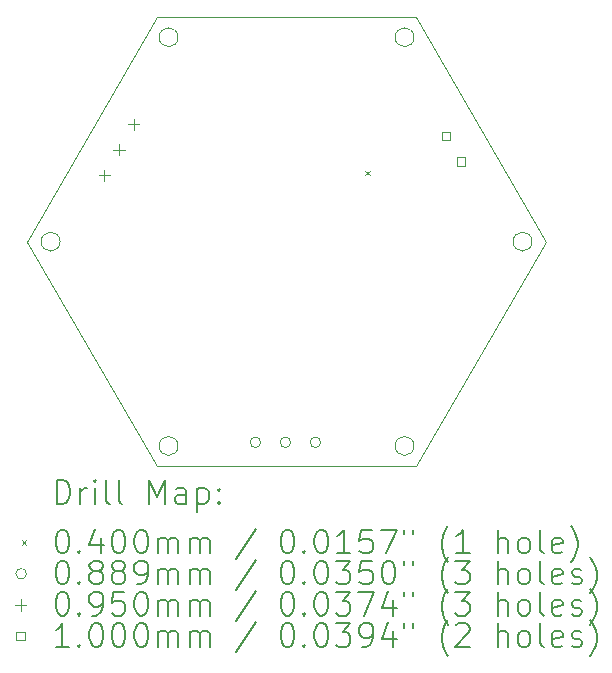
<source format=gbr>
%TF.GenerationSoftware,KiCad,Pcbnew,(6.0.8-1)-1*%
%TF.CreationDate,2022-11-30T21:46:59-05:00*%
%TF.ProjectId,Untitled,556e7469-746c-4656-942e-6b696361645f,rev?*%
%TF.SameCoordinates,Original*%
%TF.FileFunction,Drillmap*%
%TF.FilePolarity,Positive*%
%FSLAX45Y45*%
G04 Gerber Fmt 4.5, Leading zero omitted, Abs format (unit mm)*
G04 Created by KiCad (PCBNEW (6.0.8-1)-1) date 2022-11-30 21:46:59*
%MOMM*%
%LPD*%
G01*
G04 APERTURE LIST*
%ADD10C,0.100000*%
%ADD11C,0.200000*%
%ADD12C,0.040000*%
%ADD13C,0.088900*%
%ADD14C,0.095000*%
G04 APERTURE END LIST*
D10*
X9455000Y-7531000D02*
G75*
G03*
X9455000Y-7531000I-80000J0D01*
G01*
X8456000Y-5801000D02*
G75*
G03*
X8456000Y-5801000I-80000J0D01*
G01*
X9275000Y-3898000D02*
X8176000Y-5801000D01*
X11453000Y-7531000D02*
G75*
G03*
X11453000Y-7531000I-80000J0D01*
G01*
X11473000Y-3898000D02*
X9275000Y-3898000D01*
X9275000Y-7704000D02*
X11473000Y-7704000D01*
X8176000Y-5801000D02*
X9275000Y-7704000D01*
X12572000Y-5801000D02*
X11473000Y-7704000D01*
X12452000Y-5801000D02*
G75*
G03*
X12452000Y-5801000I-80000J0D01*
G01*
X11453000Y-4071000D02*
G75*
G03*
X11453000Y-4071000I-80000J0D01*
G01*
X9455000Y-4071000D02*
G75*
G03*
X9455000Y-4071000I-80000J0D01*
G01*
X12572000Y-5801000D02*
X11473000Y-3898000D01*
D11*
D12*
X11040000Y-5200000D02*
X11080000Y-5240000D01*
X11080000Y-5200000D02*
X11040000Y-5240000D01*
D13*
X10155200Y-7500000D02*
G75*
G03*
X10155200Y-7500000I-44450J0D01*
G01*
X10409200Y-7500000D02*
G75*
G03*
X10409200Y-7500000I-44450J0D01*
G01*
X10663200Y-7500000D02*
G75*
G03*
X10663200Y-7500000I-44450J0D01*
G01*
D14*
X8829534Y-5192756D02*
X8829534Y-5287756D01*
X8782034Y-5240256D02*
X8877034Y-5240256D01*
X8954534Y-4976250D02*
X8954534Y-5071250D01*
X8907034Y-5023750D02*
X9002034Y-5023750D01*
X9079534Y-4759744D02*
X9079534Y-4854744D01*
X9032034Y-4807244D02*
X9127034Y-4807244D01*
D10*
X11760356Y-4940853D02*
X11760356Y-4870141D01*
X11689644Y-4870141D01*
X11689644Y-4940853D01*
X11760356Y-4940853D01*
X11885356Y-5157359D02*
X11885356Y-5086648D01*
X11814644Y-5086648D01*
X11814644Y-5157359D01*
X11885356Y-5157359D01*
D11*
X8428619Y-8019476D02*
X8428619Y-7819476D01*
X8476238Y-7819476D01*
X8504810Y-7829000D01*
X8523857Y-7848048D01*
X8533381Y-7867095D01*
X8542905Y-7905190D01*
X8542905Y-7933762D01*
X8533381Y-7971857D01*
X8523857Y-7990905D01*
X8504810Y-8009952D01*
X8476238Y-8019476D01*
X8428619Y-8019476D01*
X8628619Y-8019476D02*
X8628619Y-7886143D01*
X8628619Y-7924238D02*
X8638143Y-7905190D01*
X8647667Y-7895667D01*
X8666714Y-7886143D01*
X8685762Y-7886143D01*
X8752429Y-8019476D02*
X8752429Y-7886143D01*
X8752429Y-7819476D02*
X8742905Y-7829000D01*
X8752429Y-7838524D01*
X8761952Y-7829000D01*
X8752429Y-7819476D01*
X8752429Y-7838524D01*
X8876238Y-8019476D02*
X8857190Y-8009952D01*
X8847667Y-7990905D01*
X8847667Y-7819476D01*
X8981000Y-8019476D02*
X8961952Y-8009952D01*
X8952429Y-7990905D01*
X8952429Y-7819476D01*
X9209571Y-8019476D02*
X9209571Y-7819476D01*
X9276238Y-7962333D01*
X9342905Y-7819476D01*
X9342905Y-8019476D01*
X9523857Y-8019476D02*
X9523857Y-7914714D01*
X9514333Y-7895667D01*
X9495286Y-7886143D01*
X9457190Y-7886143D01*
X9438143Y-7895667D01*
X9523857Y-8009952D02*
X9504810Y-8019476D01*
X9457190Y-8019476D01*
X9438143Y-8009952D01*
X9428619Y-7990905D01*
X9428619Y-7971857D01*
X9438143Y-7952809D01*
X9457190Y-7943286D01*
X9504810Y-7943286D01*
X9523857Y-7933762D01*
X9619095Y-7886143D02*
X9619095Y-8086143D01*
X9619095Y-7895667D02*
X9638143Y-7886143D01*
X9676238Y-7886143D01*
X9695286Y-7895667D01*
X9704810Y-7905190D01*
X9714333Y-7924238D01*
X9714333Y-7981381D01*
X9704810Y-8000428D01*
X9695286Y-8009952D01*
X9676238Y-8019476D01*
X9638143Y-8019476D01*
X9619095Y-8009952D01*
X9800048Y-8000428D02*
X9809571Y-8009952D01*
X9800048Y-8019476D01*
X9790524Y-8009952D01*
X9800048Y-8000428D01*
X9800048Y-8019476D01*
X9800048Y-7895667D02*
X9809571Y-7905190D01*
X9800048Y-7914714D01*
X9790524Y-7905190D01*
X9800048Y-7895667D01*
X9800048Y-7914714D01*
D12*
X8131000Y-8329000D02*
X8171000Y-8369000D01*
X8171000Y-8329000D02*
X8131000Y-8369000D01*
D11*
X8466714Y-8239476D02*
X8485762Y-8239476D01*
X8504810Y-8249000D01*
X8514333Y-8258524D01*
X8523857Y-8277571D01*
X8533381Y-8315667D01*
X8533381Y-8363286D01*
X8523857Y-8401381D01*
X8514333Y-8420429D01*
X8504810Y-8429952D01*
X8485762Y-8439476D01*
X8466714Y-8439476D01*
X8447667Y-8429952D01*
X8438143Y-8420429D01*
X8428619Y-8401381D01*
X8419095Y-8363286D01*
X8419095Y-8315667D01*
X8428619Y-8277571D01*
X8438143Y-8258524D01*
X8447667Y-8249000D01*
X8466714Y-8239476D01*
X8619095Y-8420429D02*
X8628619Y-8429952D01*
X8619095Y-8439476D01*
X8609571Y-8429952D01*
X8619095Y-8420429D01*
X8619095Y-8439476D01*
X8800048Y-8306143D02*
X8800048Y-8439476D01*
X8752429Y-8229952D02*
X8704810Y-8372809D01*
X8828619Y-8372809D01*
X8942905Y-8239476D02*
X8961952Y-8239476D01*
X8981000Y-8249000D01*
X8990524Y-8258524D01*
X9000048Y-8277571D01*
X9009571Y-8315667D01*
X9009571Y-8363286D01*
X9000048Y-8401381D01*
X8990524Y-8420429D01*
X8981000Y-8429952D01*
X8961952Y-8439476D01*
X8942905Y-8439476D01*
X8923857Y-8429952D01*
X8914333Y-8420429D01*
X8904810Y-8401381D01*
X8895286Y-8363286D01*
X8895286Y-8315667D01*
X8904810Y-8277571D01*
X8914333Y-8258524D01*
X8923857Y-8249000D01*
X8942905Y-8239476D01*
X9133381Y-8239476D02*
X9152429Y-8239476D01*
X9171476Y-8249000D01*
X9181000Y-8258524D01*
X9190524Y-8277571D01*
X9200048Y-8315667D01*
X9200048Y-8363286D01*
X9190524Y-8401381D01*
X9181000Y-8420429D01*
X9171476Y-8429952D01*
X9152429Y-8439476D01*
X9133381Y-8439476D01*
X9114333Y-8429952D01*
X9104810Y-8420429D01*
X9095286Y-8401381D01*
X9085762Y-8363286D01*
X9085762Y-8315667D01*
X9095286Y-8277571D01*
X9104810Y-8258524D01*
X9114333Y-8249000D01*
X9133381Y-8239476D01*
X9285762Y-8439476D02*
X9285762Y-8306143D01*
X9285762Y-8325190D02*
X9295286Y-8315667D01*
X9314333Y-8306143D01*
X9342905Y-8306143D01*
X9361952Y-8315667D01*
X9371476Y-8334714D01*
X9371476Y-8439476D01*
X9371476Y-8334714D02*
X9381000Y-8315667D01*
X9400048Y-8306143D01*
X9428619Y-8306143D01*
X9447667Y-8315667D01*
X9457190Y-8334714D01*
X9457190Y-8439476D01*
X9552429Y-8439476D02*
X9552429Y-8306143D01*
X9552429Y-8325190D02*
X9561952Y-8315667D01*
X9581000Y-8306143D01*
X9609571Y-8306143D01*
X9628619Y-8315667D01*
X9638143Y-8334714D01*
X9638143Y-8439476D01*
X9638143Y-8334714D02*
X9647667Y-8315667D01*
X9666714Y-8306143D01*
X9695286Y-8306143D01*
X9714333Y-8315667D01*
X9723857Y-8334714D01*
X9723857Y-8439476D01*
X10114333Y-8229952D02*
X9942905Y-8487095D01*
X10371476Y-8239476D02*
X10390524Y-8239476D01*
X10409571Y-8249000D01*
X10419095Y-8258524D01*
X10428619Y-8277571D01*
X10438143Y-8315667D01*
X10438143Y-8363286D01*
X10428619Y-8401381D01*
X10419095Y-8420429D01*
X10409571Y-8429952D01*
X10390524Y-8439476D01*
X10371476Y-8439476D01*
X10352429Y-8429952D01*
X10342905Y-8420429D01*
X10333381Y-8401381D01*
X10323857Y-8363286D01*
X10323857Y-8315667D01*
X10333381Y-8277571D01*
X10342905Y-8258524D01*
X10352429Y-8249000D01*
X10371476Y-8239476D01*
X10523857Y-8420429D02*
X10533381Y-8429952D01*
X10523857Y-8439476D01*
X10514333Y-8429952D01*
X10523857Y-8420429D01*
X10523857Y-8439476D01*
X10657190Y-8239476D02*
X10676238Y-8239476D01*
X10695286Y-8249000D01*
X10704810Y-8258524D01*
X10714333Y-8277571D01*
X10723857Y-8315667D01*
X10723857Y-8363286D01*
X10714333Y-8401381D01*
X10704810Y-8420429D01*
X10695286Y-8429952D01*
X10676238Y-8439476D01*
X10657190Y-8439476D01*
X10638143Y-8429952D01*
X10628619Y-8420429D01*
X10619095Y-8401381D01*
X10609571Y-8363286D01*
X10609571Y-8315667D01*
X10619095Y-8277571D01*
X10628619Y-8258524D01*
X10638143Y-8249000D01*
X10657190Y-8239476D01*
X10914333Y-8439476D02*
X10800048Y-8439476D01*
X10857190Y-8439476D02*
X10857190Y-8239476D01*
X10838143Y-8268048D01*
X10819095Y-8287095D01*
X10800048Y-8296619D01*
X11095286Y-8239476D02*
X11000048Y-8239476D01*
X10990524Y-8334714D01*
X11000048Y-8325190D01*
X11019095Y-8315667D01*
X11066714Y-8315667D01*
X11085762Y-8325190D01*
X11095286Y-8334714D01*
X11104810Y-8353762D01*
X11104810Y-8401381D01*
X11095286Y-8420429D01*
X11085762Y-8429952D01*
X11066714Y-8439476D01*
X11019095Y-8439476D01*
X11000048Y-8429952D01*
X10990524Y-8420429D01*
X11171476Y-8239476D02*
X11304809Y-8239476D01*
X11219095Y-8439476D01*
X11371476Y-8239476D02*
X11371476Y-8277571D01*
X11447667Y-8239476D02*
X11447667Y-8277571D01*
X11742905Y-8515667D02*
X11733381Y-8506143D01*
X11714333Y-8477571D01*
X11704809Y-8458524D01*
X11695286Y-8429952D01*
X11685762Y-8382333D01*
X11685762Y-8344238D01*
X11695286Y-8296619D01*
X11704809Y-8268048D01*
X11714333Y-8249000D01*
X11733381Y-8220428D01*
X11742905Y-8210905D01*
X11923857Y-8439476D02*
X11809571Y-8439476D01*
X11866714Y-8439476D02*
X11866714Y-8239476D01*
X11847667Y-8268048D01*
X11828619Y-8287095D01*
X11809571Y-8296619D01*
X12161952Y-8439476D02*
X12161952Y-8239476D01*
X12247667Y-8439476D02*
X12247667Y-8334714D01*
X12238143Y-8315667D01*
X12219095Y-8306143D01*
X12190524Y-8306143D01*
X12171476Y-8315667D01*
X12161952Y-8325190D01*
X12371476Y-8439476D02*
X12352428Y-8429952D01*
X12342905Y-8420429D01*
X12333381Y-8401381D01*
X12333381Y-8344238D01*
X12342905Y-8325190D01*
X12352428Y-8315667D01*
X12371476Y-8306143D01*
X12400048Y-8306143D01*
X12419095Y-8315667D01*
X12428619Y-8325190D01*
X12438143Y-8344238D01*
X12438143Y-8401381D01*
X12428619Y-8420429D01*
X12419095Y-8429952D01*
X12400048Y-8439476D01*
X12371476Y-8439476D01*
X12552428Y-8439476D02*
X12533381Y-8429952D01*
X12523857Y-8410905D01*
X12523857Y-8239476D01*
X12704809Y-8429952D02*
X12685762Y-8439476D01*
X12647667Y-8439476D01*
X12628619Y-8429952D01*
X12619095Y-8410905D01*
X12619095Y-8334714D01*
X12628619Y-8315667D01*
X12647667Y-8306143D01*
X12685762Y-8306143D01*
X12704809Y-8315667D01*
X12714333Y-8334714D01*
X12714333Y-8353762D01*
X12619095Y-8372809D01*
X12781000Y-8515667D02*
X12790524Y-8506143D01*
X12809571Y-8477571D01*
X12819095Y-8458524D01*
X12828619Y-8429952D01*
X12838143Y-8382333D01*
X12838143Y-8344238D01*
X12828619Y-8296619D01*
X12819095Y-8268048D01*
X12809571Y-8249000D01*
X12790524Y-8220428D01*
X12781000Y-8210905D01*
D13*
X8171000Y-8613000D02*
G75*
G03*
X8171000Y-8613000I-44450J0D01*
G01*
D11*
X8466714Y-8503476D02*
X8485762Y-8503476D01*
X8504810Y-8513000D01*
X8514333Y-8522524D01*
X8523857Y-8541571D01*
X8533381Y-8579667D01*
X8533381Y-8627286D01*
X8523857Y-8665381D01*
X8514333Y-8684429D01*
X8504810Y-8693952D01*
X8485762Y-8703476D01*
X8466714Y-8703476D01*
X8447667Y-8693952D01*
X8438143Y-8684429D01*
X8428619Y-8665381D01*
X8419095Y-8627286D01*
X8419095Y-8579667D01*
X8428619Y-8541571D01*
X8438143Y-8522524D01*
X8447667Y-8513000D01*
X8466714Y-8503476D01*
X8619095Y-8684429D02*
X8628619Y-8693952D01*
X8619095Y-8703476D01*
X8609571Y-8693952D01*
X8619095Y-8684429D01*
X8619095Y-8703476D01*
X8742905Y-8589190D02*
X8723857Y-8579667D01*
X8714333Y-8570143D01*
X8704810Y-8551095D01*
X8704810Y-8541571D01*
X8714333Y-8522524D01*
X8723857Y-8513000D01*
X8742905Y-8503476D01*
X8781000Y-8503476D01*
X8800048Y-8513000D01*
X8809571Y-8522524D01*
X8819095Y-8541571D01*
X8819095Y-8551095D01*
X8809571Y-8570143D01*
X8800048Y-8579667D01*
X8781000Y-8589190D01*
X8742905Y-8589190D01*
X8723857Y-8598714D01*
X8714333Y-8608238D01*
X8704810Y-8627286D01*
X8704810Y-8665381D01*
X8714333Y-8684429D01*
X8723857Y-8693952D01*
X8742905Y-8703476D01*
X8781000Y-8703476D01*
X8800048Y-8693952D01*
X8809571Y-8684429D01*
X8819095Y-8665381D01*
X8819095Y-8627286D01*
X8809571Y-8608238D01*
X8800048Y-8598714D01*
X8781000Y-8589190D01*
X8933381Y-8589190D02*
X8914333Y-8579667D01*
X8904810Y-8570143D01*
X8895286Y-8551095D01*
X8895286Y-8541571D01*
X8904810Y-8522524D01*
X8914333Y-8513000D01*
X8933381Y-8503476D01*
X8971476Y-8503476D01*
X8990524Y-8513000D01*
X9000048Y-8522524D01*
X9009571Y-8541571D01*
X9009571Y-8551095D01*
X9000048Y-8570143D01*
X8990524Y-8579667D01*
X8971476Y-8589190D01*
X8933381Y-8589190D01*
X8914333Y-8598714D01*
X8904810Y-8608238D01*
X8895286Y-8627286D01*
X8895286Y-8665381D01*
X8904810Y-8684429D01*
X8914333Y-8693952D01*
X8933381Y-8703476D01*
X8971476Y-8703476D01*
X8990524Y-8693952D01*
X9000048Y-8684429D01*
X9009571Y-8665381D01*
X9009571Y-8627286D01*
X9000048Y-8608238D01*
X8990524Y-8598714D01*
X8971476Y-8589190D01*
X9104810Y-8703476D02*
X9142905Y-8703476D01*
X9161952Y-8693952D01*
X9171476Y-8684429D01*
X9190524Y-8655857D01*
X9200048Y-8617762D01*
X9200048Y-8541571D01*
X9190524Y-8522524D01*
X9181000Y-8513000D01*
X9161952Y-8503476D01*
X9123857Y-8503476D01*
X9104810Y-8513000D01*
X9095286Y-8522524D01*
X9085762Y-8541571D01*
X9085762Y-8589190D01*
X9095286Y-8608238D01*
X9104810Y-8617762D01*
X9123857Y-8627286D01*
X9161952Y-8627286D01*
X9181000Y-8617762D01*
X9190524Y-8608238D01*
X9200048Y-8589190D01*
X9285762Y-8703476D02*
X9285762Y-8570143D01*
X9285762Y-8589190D02*
X9295286Y-8579667D01*
X9314333Y-8570143D01*
X9342905Y-8570143D01*
X9361952Y-8579667D01*
X9371476Y-8598714D01*
X9371476Y-8703476D01*
X9371476Y-8598714D02*
X9381000Y-8579667D01*
X9400048Y-8570143D01*
X9428619Y-8570143D01*
X9447667Y-8579667D01*
X9457190Y-8598714D01*
X9457190Y-8703476D01*
X9552429Y-8703476D02*
X9552429Y-8570143D01*
X9552429Y-8589190D02*
X9561952Y-8579667D01*
X9581000Y-8570143D01*
X9609571Y-8570143D01*
X9628619Y-8579667D01*
X9638143Y-8598714D01*
X9638143Y-8703476D01*
X9638143Y-8598714D02*
X9647667Y-8579667D01*
X9666714Y-8570143D01*
X9695286Y-8570143D01*
X9714333Y-8579667D01*
X9723857Y-8598714D01*
X9723857Y-8703476D01*
X10114333Y-8493952D02*
X9942905Y-8751095D01*
X10371476Y-8503476D02*
X10390524Y-8503476D01*
X10409571Y-8513000D01*
X10419095Y-8522524D01*
X10428619Y-8541571D01*
X10438143Y-8579667D01*
X10438143Y-8627286D01*
X10428619Y-8665381D01*
X10419095Y-8684429D01*
X10409571Y-8693952D01*
X10390524Y-8703476D01*
X10371476Y-8703476D01*
X10352429Y-8693952D01*
X10342905Y-8684429D01*
X10333381Y-8665381D01*
X10323857Y-8627286D01*
X10323857Y-8579667D01*
X10333381Y-8541571D01*
X10342905Y-8522524D01*
X10352429Y-8513000D01*
X10371476Y-8503476D01*
X10523857Y-8684429D02*
X10533381Y-8693952D01*
X10523857Y-8703476D01*
X10514333Y-8693952D01*
X10523857Y-8684429D01*
X10523857Y-8703476D01*
X10657190Y-8503476D02*
X10676238Y-8503476D01*
X10695286Y-8513000D01*
X10704810Y-8522524D01*
X10714333Y-8541571D01*
X10723857Y-8579667D01*
X10723857Y-8627286D01*
X10714333Y-8665381D01*
X10704810Y-8684429D01*
X10695286Y-8693952D01*
X10676238Y-8703476D01*
X10657190Y-8703476D01*
X10638143Y-8693952D01*
X10628619Y-8684429D01*
X10619095Y-8665381D01*
X10609571Y-8627286D01*
X10609571Y-8579667D01*
X10619095Y-8541571D01*
X10628619Y-8522524D01*
X10638143Y-8513000D01*
X10657190Y-8503476D01*
X10790524Y-8503476D02*
X10914333Y-8503476D01*
X10847667Y-8579667D01*
X10876238Y-8579667D01*
X10895286Y-8589190D01*
X10904810Y-8598714D01*
X10914333Y-8617762D01*
X10914333Y-8665381D01*
X10904810Y-8684429D01*
X10895286Y-8693952D01*
X10876238Y-8703476D01*
X10819095Y-8703476D01*
X10800048Y-8693952D01*
X10790524Y-8684429D01*
X11095286Y-8503476D02*
X11000048Y-8503476D01*
X10990524Y-8598714D01*
X11000048Y-8589190D01*
X11019095Y-8579667D01*
X11066714Y-8579667D01*
X11085762Y-8589190D01*
X11095286Y-8598714D01*
X11104810Y-8617762D01*
X11104810Y-8665381D01*
X11095286Y-8684429D01*
X11085762Y-8693952D01*
X11066714Y-8703476D01*
X11019095Y-8703476D01*
X11000048Y-8693952D01*
X10990524Y-8684429D01*
X11228619Y-8503476D02*
X11247667Y-8503476D01*
X11266714Y-8513000D01*
X11276238Y-8522524D01*
X11285762Y-8541571D01*
X11295286Y-8579667D01*
X11295286Y-8627286D01*
X11285762Y-8665381D01*
X11276238Y-8684429D01*
X11266714Y-8693952D01*
X11247667Y-8703476D01*
X11228619Y-8703476D01*
X11209571Y-8693952D01*
X11200048Y-8684429D01*
X11190524Y-8665381D01*
X11181000Y-8627286D01*
X11181000Y-8579667D01*
X11190524Y-8541571D01*
X11200048Y-8522524D01*
X11209571Y-8513000D01*
X11228619Y-8503476D01*
X11371476Y-8503476D02*
X11371476Y-8541571D01*
X11447667Y-8503476D02*
X11447667Y-8541571D01*
X11742905Y-8779667D02*
X11733381Y-8770143D01*
X11714333Y-8741571D01*
X11704809Y-8722524D01*
X11695286Y-8693952D01*
X11685762Y-8646333D01*
X11685762Y-8608238D01*
X11695286Y-8560619D01*
X11704809Y-8532048D01*
X11714333Y-8513000D01*
X11733381Y-8484429D01*
X11742905Y-8474905D01*
X11800048Y-8503476D02*
X11923857Y-8503476D01*
X11857190Y-8579667D01*
X11885762Y-8579667D01*
X11904809Y-8589190D01*
X11914333Y-8598714D01*
X11923857Y-8617762D01*
X11923857Y-8665381D01*
X11914333Y-8684429D01*
X11904809Y-8693952D01*
X11885762Y-8703476D01*
X11828619Y-8703476D01*
X11809571Y-8693952D01*
X11800048Y-8684429D01*
X12161952Y-8703476D02*
X12161952Y-8503476D01*
X12247667Y-8703476D02*
X12247667Y-8598714D01*
X12238143Y-8579667D01*
X12219095Y-8570143D01*
X12190524Y-8570143D01*
X12171476Y-8579667D01*
X12161952Y-8589190D01*
X12371476Y-8703476D02*
X12352428Y-8693952D01*
X12342905Y-8684429D01*
X12333381Y-8665381D01*
X12333381Y-8608238D01*
X12342905Y-8589190D01*
X12352428Y-8579667D01*
X12371476Y-8570143D01*
X12400048Y-8570143D01*
X12419095Y-8579667D01*
X12428619Y-8589190D01*
X12438143Y-8608238D01*
X12438143Y-8665381D01*
X12428619Y-8684429D01*
X12419095Y-8693952D01*
X12400048Y-8703476D01*
X12371476Y-8703476D01*
X12552428Y-8703476D02*
X12533381Y-8693952D01*
X12523857Y-8674905D01*
X12523857Y-8503476D01*
X12704809Y-8693952D02*
X12685762Y-8703476D01*
X12647667Y-8703476D01*
X12628619Y-8693952D01*
X12619095Y-8674905D01*
X12619095Y-8598714D01*
X12628619Y-8579667D01*
X12647667Y-8570143D01*
X12685762Y-8570143D01*
X12704809Y-8579667D01*
X12714333Y-8598714D01*
X12714333Y-8617762D01*
X12619095Y-8636810D01*
X12790524Y-8693952D02*
X12809571Y-8703476D01*
X12847667Y-8703476D01*
X12866714Y-8693952D01*
X12876238Y-8674905D01*
X12876238Y-8665381D01*
X12866714Y-8646333D01*
X12847667Y-8636810D01*
X12819095Y-8636810D01*
X12800048Y-8627286D01*
X12790524Y-8608238D01*
X12790524Y-8598714D01*
X12800048Y-8579667D01*
X12819095Y-8570143D01*
X12847667Y-8570143D01*
X12866714Y-8579667D01*
X12942905Y-8779667D02*
X12952428Y-8770143D01*
X12971476Y-8741571D01*
X12981000Y-8722524D01*
X12990524Y-8693952D01*
X13000048Y-8646333D01*
X13000048Y-8608238D01*
X12990524Y-8560619D01*
X12981000Y-8532048D01*
X12971476Y-8513000D01*
X12952428Y-8484429D01*
X12942905Y-8474905D01*
D14*
X8123500Y-8829500D02*
X8123500Y-8924500D01*
X8076000Y-8877000D02*
X8171000Y-8877000D01*
D11*
X8466714Y-8767476D02*
X8485762Y-8767476D01*
X8504810Y-8777000D01*
X8514333Y-8786524D01*
X8523857Y-8805571D01*
X8533381Y-8843667D01*
X8533381Y-8891286D01*
X8523857Y-8929381D01*
X8514333Y-8948429D01*
X8504810Y-8957952D01*
X8485762Y-8967476D01*
X8466714Y-8967476D01*
X8447667Y-8957952D01*
X8438143Y-8948429D01*
X8428619Y-8929381D01*
X8419095Y-8891286D01*
X8419095Y-8843667D01*
X8428619Y-8805571D01*
X8438143Y-8786524D01*
X8447667Y-8777000D01*
X8466714Y-8767476D01*
X8619095Y-8948429D02*
X8628619Y-8957952D01*
X8619095Y-8967476D01*
X8609571Y-8957952D01*
X8619095Y-8948429D01*
X8619095Y-8967476D01*
X8723857Y-8967476D02*
X8761952Y-8967476D01*
X8781000Y-8957952D01*
X8790524Y-8948429D01*
X8809571Y-8919857D01*
X8819095Y-8881762D01*
X8819095Y-8805571D01*
X8809571Y-8786524D01*
X8800048Y-8777000D01*
X8781000Y-8767476D01*
X8742905Y-8767476D01*
X8723857Y-8777000D01*
X8714333Y-8786524D01*
X8704810Y-8805571D01*
X8704810Y-8853190D01*
X8714333Y-8872238D01*
X8723857Y-8881762D01*
X8742905Y-8891286D01*
X8781000Y-8891286D01*
X8800048Y-8881762D01*
X8809571Y-8872238D01*
X8819095Y-8853190D01*
X9000048Y-8767476D02*
X8904810Y-8767476D01*
X8895286Y-8862714D01*
X8904810Y-8853190D01*
X8923857Y-8843667D01*
X8971476Y-8843667D01*
X8990524Y-8853190D01*
X9000048Y-8862714D01*
X9009571Y-8881762D01*
X9009571Y-8929381D01*
X9000048Y-8948429D01*
X8990524Y-8957952D01*
X8971476Y-8967476D01*
X8923857Y-8967476D01*
X8904810Y-8957952D01*
X8895286Y-8948429D01*
X9133381Y-8767476D02*
X9152429Y-8767476D01*
X9171476Y-8777000D01*
X9181000Y-8786524D01*
X9190524Y-8805571D01*
X9200048Y-8843667D01*
X9200048Y-8891286D01*
X9190524Y-8929381D01*
X9181000Y-8948429D01*
X9171476Y-8957952D01*
X9152429Y-8967476D01*
X9133381Y-8967476D01*
X9114333Y-8957952D01*
X9104810Y-8948429D01*
X9095286Y-8929381D01*
X9085762Y-8891286D01*
X9085762Y-8843667D01*
X9095286Y-8805571D01*
X9104810Y-8786524D01*
X9114333Y-8777000D01*
X9133381Y-8767476D01*
X9285762Y-8967476D02*
X9285762Y-8834143D01*
X9285762Y-8853190D02*
X9295286Y-8843667D01*
X9314333Y-8834143D01*
X9342905Y-8834143D01*
X9361952Y-8843667D01*
X9371476Y-8862714D01*
X9371476Y-8967476D01*
X9371476Y-8862714D02*
X9381000Y-8843667D01*
X9400048Y-8834143D01*
X9428619Y-8834143D01*
X9447667Y-8843667D01*
X9457190Y-8862714D01*
X9457190Y-8967476D01*
X9552429Y-8967476D02*
X9552429Y-8834143D01*
X9552429Y-8853190D02*
X9561952Y-8843667D01*
X9581000Y-8834143D01*
X9609571Y-8834143D01*
X9628619Y-8843667D01*
X9638143Y-8862714D01*
X9638143Y-8967476D01*
X9638143Y-8862714D02*
X9647667Y-8843667D01*
X9666714Y-8834143D01*
X9695286Y-8834143D01*
X9714333Y-8843667D01*
X9723857Y-8862714D01*
X9723857Y-8967476D01*
X10114333Y-8757952D02*
X9942905Y-9015095D01*
X10371476Y-8767476D02*
X10390524Y-8767476D01*
X10409571Y-8777000D01*
X10419095Y-8786524D01*
X10428619Y-8805571D01*
X10438143Y-8843667D01*
X10438143Y-8891286D01*
X10428619Y-8929381D01*
X10419095Y-8948429D01*
X10409571Y-8957952D01*
X10390524Y-8967476D01*
X10371476Y-8967476D01*
X10352429Y-8957952D01*
X10342905Y-8948429D01*
X10333381Y-8929381D01*
X10323857Y-8891286D01*
X10323857Y-8843667D01*
X10333381Y-8805571D01*
X10342905Y-8786524D01*
X10352429Y-8777000D01*
X10371476Y-8767476D01*
X10523857Y-8948429D02*
X10533381Y-8957952D01*
X10523857Y-8967476D01*
X10514333Y-8957952D01*
X10523857Y-8948429D01*
X10523857Y-8967476D01*
X10657190Y-8767476D02*
X10676238Y-8767476D01*
X10695286Y-8777000D01*
X10704810Y-8786524D01*
X10714333Y-8805571D01*
X10723857Y-8843667D01*
X10723857Y-8891286D01*
X10714333Y-8929381D01*
X10704810Y-8948429D01*
X10695286Y-8957952D01*
X10676238Y-8967476D01*
X10657190Y-8967476D01*
X10638143Y-8957952D01*
X10628619Y-8948429D01*
X10619095Y-8929381D01*
X10609571Y-8891286D01*
X10609571Y-8843667D01*
X10619095Y-8805571D01*
X10628619Y-8786524D01*
X10638143Y-8777000D01*
X10657190Y-8767476D01*
X10790524Y-8767476D02*
X10914333Y-8767476D01*
X10847667Y-8843667D01*
X10876238Y-8843667D01*
X10895286Y-8853190D01*
X10904810Y-8862714D01*
X10914333Y-8881762D01*
X10914333Y-8929381D01*
X10904810Y-8948429D01*
X10895286Y-8957952D01*
X10876238Y-8967476D01*
X10819095Y-8967476D01*
X10800048Y-8957952D01*
X10790524Y-8948429D01*
X10981000Y-8767476D02*
X11114333Y-8767476D01*
X11028619Y-8967476D01*
X11276238Y-8834143D02*
X11276238Y-8967476D01*
X11228619Y-8757952D02*
X11181000Y-8900810D01*
X11304809Y-8900810D01*
X11371476Y-8767476D02*
X11371476Y-8805571D01*
X11447667Y-8767476D02*
X11447667Y-8805571D01*
X11742905Y-9043667D02*
X11733381Y-9034143D01*
X11714333Y-9005571D01*
X11704809Y-8986524D01*
X11695286Y-8957952D01*
X11685762Y-8910333D01*
X11685762Y-8872238D01*
X11695286Y-8824619D01*
X11704809Y-8796048D01*
X11714333Y-8777000D01*
X11733381Y-8748429D01*
X11742905Y-8738905D01*
X11800048Y-8767476D02*
X11923857Y-8767476D01*
X11857190Y-8843667D01*
X11885762Y-8843667D01*
X11904809Y-8853190D01*
X11914333Y-8862714D01*
X11923857Y-8881762D01*
X11923857Y-8929381D01*
X11914333Y-8948429D01*
X11904809Y-8957952D01*
X11885762Y-8967476D01*
X11828619Y-8967476D01*
X11809571Y-8957952D01*
X11800048Y-8948429D01*
X12161952Y-8967476D02*
X12161952Y-8767476D01*
X12247667Y-8967476D02*
X12247667Y-8862714D01*
X12238143Y-8843667D01*
X12219095Y-8834143D01*
X12190524Y-8834143D01*
X12171476Y-8843667D01*
X12161952Y-8853190D01*
X12371476Y-8967476D02*
X12352428Y-8957952D01*
X12342905Y-8948429D01*
X12333381Y-8929381D01*
X12333381Y-8872238D01*
X12342905Y-8853190D01*
X12352428Y-8843667D01*
X12371476Y-8834143D01*
X12400048Y-8834143D01*
X12419095Y-8843667D01*
X12428619Y-8853190D01*
X12438143Y-8872238D01*
X12438143Y-8929381D01*
X12428619Y-8948429D01*
X12419095Y-8957952D01*
X12400048Y-8967476D01*
X12371476Y-8967476D01*
X12552428Y-8967476D02*
X12533381Y-8957952D01*
X12523857Y-8938905D01*
X12523857Y-8767476D01*
X12704809Y-8957952D02*
X12685762Y-8967476D01*
X12647667Y-8967476D01*
X12628619Y-8957952D01*
X12619095Y-8938905D01*
X12619095Y-8862714D01*
X12628619Y-8843667D01*
X12647667Y-8834143D01*
X12685762Y-8834143D01*
X12704809Y-8843667D01*
X12714333Y-8862714D01*
X12714333Y-8881762D01*
X12619095Y-8900810D01*
X12790524Y-8957952D02*
X12809571Y-8967476D01*
X12847667Y-8967476D01*
X12866714Y-8957952D01*
X12876238Y-8938905D01*
X12876238Y-8929381D01*
X12866714Y-8910333D01*
X12847667Y-8900810D01*
X12819095Y-8900810D01*
X12800048Y-8891286D01*
X12790524Y-8872238D01*
X12790524Y-8862714D01*
X12800048Y-8843667D01*
X12819095Y-8834143D01*
X12847667Y-8834143D01*
X12866714Y-8843667D01*
X12942905Y-9043667D02*
X12952428Y-9034143D01*
X12971476Y-9005571D01*
X12981000Y-8986524D01*
X12990524Y-8957952D01*
X13000048Y-8910333D01*
X13000048Y-8872238D01*
X12990524Y-8824619D01*
X12981000Y-8796048D01*
X12971476Y-8777000D01*
X12952428Y-8748429D01*
X12942905Y-8738905D01*
D10*
X8156356Y-9176356D02*
X8156356Y-9105644D01*
X8085644Y-9105644D01*
X8085644Y-9176356D01*
X8156356Y-9176356D01*
D11*
X8533381Y-9231476D02*
X8419095Y-9231476D01*
X8476238Y-9231476D02*
X8476238Y-9031476D01*
X8457190Y-9060048D01*
X8438143Y-9079095D01*
X8419095Y-9088619D01*
X8619095Y-9212429D02*
X8628619Y-9221952D01*
X8619095Y-9231476D01*
X8609571Y-9221952D01*
X8619095Y-9212429D01*
X8619095Y-9231476D01*
X8752429Y-9031476D02*
X8771476Y-9031476D01*
X8790524Y-9041000D01*
X8800048Y-9050524D01*
X8809571Y-9069571D01*
X8819095Y-9107667D01*
X8819095Y-9155286D01*
X8809571Y-9193381D01*
X8800048Y-9212429D01*
X8790524Y-9221952D01*
X8771476Y-9231476D01*
X8752429Y-9231476D01*
X8733381Y-9221952D01*
X8723857Y-9212429D01*
X8714333Y-9193381D01*
X8704810Y-9155286D01*
X8704810Y-9107667D01*
X8714333Y-9069571D01*
X8723857Y-9050524D01*
X8733381Y-9041000D01*
X8752429Y-9031476D01*
X8942905Y-9031476D02*
X8961952Y-9031476D01*
X8981000Y-9041000D01*
X8990524Y-9050524D01*
X9000048Y-9069571D01*
X9009571Y-9107667D01*
X9009571Y-9155286D01*
X9000048Y-9193381D01*
X8990524Y-9212429D01*
X8981000Y-9221952D01*
X8961952Y-9231476D01*
X8942905Y-9231476D01*
X8923857Y-9221952D01*
X8914333Y-9212429D01*
X8904810Y-9193381D01*
X8895286Y-9155286D01*
X8895286Y-9107667D01*
X8904810Y-9069571D01*
X8914333Y-9050524D01*
X8923857Y-9041000D01*
X8942905Y-9031476D01*
X9133381Y-9031476D02*
X9152429Y-9031476D01*
X9171476Y-9041000D01*
X9181000Y-9050524D01*
X9190524Y-9069571D01*
X9200048Y-9107667D01*
X9200048Y-9155286D01*
X9190524Y-9193381D01*
X9181000Y-9212429D01*
X9171476Y-9221952D01*
X9152429Y-9231476D01*
X9133381Y-9231476D01*
X9114333Y-9221952D01*
X9104810Y-9212429D01*
X9095286Y-9193381D01*
X9085762Y-9155286D01*
X9085762Y-9107667D01*
X9095286Y-9069571D01*
X9104810Y-9050524D01*
X9114333Y-9041000D01*
X9133381Y-9031476D01*
X9285762Y-9231476D02*
X9285762Y-9098143D01*
X9285762Y-9117190D02*
X9295286Y-9107667D01*
X9314333Y-9098143D01*
X9342905Y-9098143D01*
X9361952Y-9107667D01*
X9371476Y-9126714D01*
X9371476Y-9231476D01*
X9371476Y-9126714D02*
X9381000Y-9107667D01*
X9400048Y-9098143D01*
X9428619Y-9098143D01*
X9447667Y-9107667D01*
X9457190Y-9126714D01*
X9457190Y-9231476D01*
X9552429Y-9231476D02*
X9552429Y-9098143D01*
X9552429Y-9117190D02*
X9561952Y-9107667D01*
X9581000Y-9098143D01*
X9609571Y-9098143D01*
X9628619Y-9107667D01*
X9638143Y-9126714D01*
X9638143Y-9231476D01*
X9638143Y-9126714D02*
X9647667Y-9107667D01*
X9666714Y-9098143D01*
X9695286Y-9098143D01*
X9714333Y-9107667D01*
X9723857Y-9126714D01*
X9723857Y-9231476D01*
X10114333Y-9021952D02*
X9942905Y-9279095D01*
X10371476Y-9031476D02*
X10390524Y-9031476D01*
X10409571Y-9041000D01*
X10419095Y-9050524D01*
X10428619Y-9069571D01*
X10438143Y-9107667D01*
X10438143Y-9155286D01*
X10428619Y-9193381D01*
X10419095Y-9212429D01*
X10409571Y-9221952D01*
X10390524Y-9231476D01*
X10371476Y-9231476D01*
X10352429Y-9221952D01*
X10342905Y-9212429D01*
X10333381Y-9193381D01*
X10323857Y-9155286D01*
X10323857Y-9107667D01*
X10333381Y-9069571D01*
X10342905Y-9050524D01*
X10352429Y-9041000D01*
X10371476Y-9031476D01*
X10523857Y-9212429D02*
X10533381Y-9221952D01*
X10523857Y-9231476D01*
X10514333Y-9221952D01*
X10523857Y-9212429D01*
X10523857Y-9231476D01*
X10657190Y-9031476D02*
X10676238Y-9031476D01*
X10695286Y-9041000D01*
X10704810Y-9050524D01*
X10714333Y-9069571D01*
X10723857Y-9107667D01*
X10723857Y-9155286D01*
X10714333Y-9193381D01*
X10704810Y-9212429D01*
X10695286Y-9221952D01*
X10676238Y-9231476D01*
X10657190Y-9231476D01*
X10638143Y-9221952D01*
X10628619Y-9212429D01*
X10619095Y-9193381D01*
X10609571Y-9155286D01*
X10609571Y-9107667D01*
X10619095Y-9069571D01*
X10628619Y-9050524D01*
X10638143Y-9041000D01*
X10657190Y-9031476D01*
X10790524Y-9031476D02*
X10914333Y-9031476D01*
X10847667Y-9107667D01*
X10876238Y-9107667D01*
X10895286Y-9117190D01*
X10904810Y-9126714D01*
X10914333Y-9145762D01*
X10914333Y-9193381D01*
X10904810Y-9212429D01*
X10895286Y-9221952D01*
X10876238Y-9231476D01*
X10819095Y-9231476D01*
X10800048Y-9221952D01*
X10790524Y-9212429D01*
X11009571Y-9231476D02*
X11047667Y-9231476D01*
X11066714Y-9221952D01*
X11076238Y-9212429D01*
X11095286Y-9183857D01*
X11104810Y-9145762D01*
X11104810Y-9069571D01*
X11095286Y-9050524D01*
X11085762Y-9041000D01*
X11066714Y-9031476D01*
X11028619Y-9031476D01*
X11009571Y-9041000D01*
X11000048Y-9050524D01*
X10990524Y-9069571D01*
X10990524Y-9117190D01*
X11000048Y-9136238D01*
X11009571Y-9145762D01*
X11028619Y-9155286D01*
X11066714Y-9155286D01*
X11085762Y-9145762D01*
X11095286Y-9136238D01*
X11104810Y-9117190D01*
X11276238Y-9098143D02*
X11276238Y-9231476D01*
X11228619Y-9021952D02*
X11181000Y-9164810D01*
X11304809Y-9164810D01*
X11371476Y-9031476D02*
X11371476Y-9069571D01*
X11447667Y-9031476D02*
X11447667Y-9069571D01*
X11742905Y-9307667D02*
X11733381Y-9298143D01*
X11714333Y-9269571D01*
X11704809Y-9250524D01*
X11695286Y-9221952D01*
X11685762Y-9174333D01*
X11685762Y-9136238D01*
X11695286Y-9088619D01*
X11704809Y-9060048D01*
X11714333Y-9041000D01*
X11733381Y-9012429D01*
X11742905Y-9002905D01*
X11809571Y-9050524D02*
X11819095Y-9041000D01*
X11838143Y-9031476D01*
X11885762Y-9031476D01*
X11904809Y-9041000D01*
X11914333Y-9050524D01*
X11923857Y-9069571D01*
X11923857Y-9088619D01*
X11914333Y-9117190D01*
X11800048Y-9231476D01*
X11923857Y-9231476D01*
X12161952Y-9231476D02*
X12161952Y-9031476D01*
X12247667Y-9231476D02*
X12247667Y-9126714D01*
X12238143Y-9107667D01*
X12219095Y-9098143D01*
X12190524Y-9098143D01*
X12171476Y-9107667D01*
X12161952Y-9117190D01*
X12371476Y-9231476D02*
X12352428Y-9221952D01*
X12342905Y-9212429D01*
X12333381Y-9193381D01*
X12333381Y-9136238D01*
X12342905Y-9117190D01*
X12352428Y-9107667D01*
X12371476Y-9098143D01*
X12400048Y-9098143D01*
X12419095Y-9107667D01*
X12428619Y-9117190D01*
X12438143Y-9136238D01*
X12438143Y-9193381D01*
X12428619Y-9212429D01*
X12419095Y-9221952D01*
X12400048Y-9231476D01*
X12371476Y-9231476D01*
X12552428Y-9231476D02*
X12533381Y-9221952D01*
X12523857Y-9202905D01*
X12523857Y-9031476D01*
X12704809Y-9221952D02*
X12685762Y-9231476D01*
X12647667Y-9231476D01*
X12628619Y-9221952D01*
X12619095Y-9202905D01*
X12619095Y-9126714D01*
X12628619Y-9107667D01*
X12647667Y-9098143D01*
X12685762Y-9098143D01*
X12704809Y-9107667D01*
X12714333Y-9126714D01*
X12714333Y-9145762D01*
X12619095Y-9164810D01*
X12790524Y-9221952D02*
X12809571Y-9231476D01*
X12847667Y-9231476D01*
X12866714Y-9221952D01*
X12876238Y-9202905D01*
X12876238Y-9193381D01*
X12866714Y-9174333D01*
X12847667Y-9164810D01*
X12819095Y-9164810D01*
X12800048Y-9155286D01*
X12790524Y-9136238D01*
X12790524Y-9126714D01*
X12800048Y-9107667D01*
X12819095Y-9098143D01*
X12847667Y-9098143D01*
X12866714Y-9107667D01*
X12942905Y-9307667D02*
X12952428Y-9298143D01*
X12971476Y-9269571D01*
X12981000Y-9250524D01*
X12990524Y-9221952D01*
X13000048Y-9174333D01*
X13000048Y-9136238D01*
X12990524Y-9088619D01*
X12981000Y-9060048D01*
X12971476Y-9041000D01*
X12952428Y-9012429D01*
X12942905Y-9002905D01*
M02*

</source>
